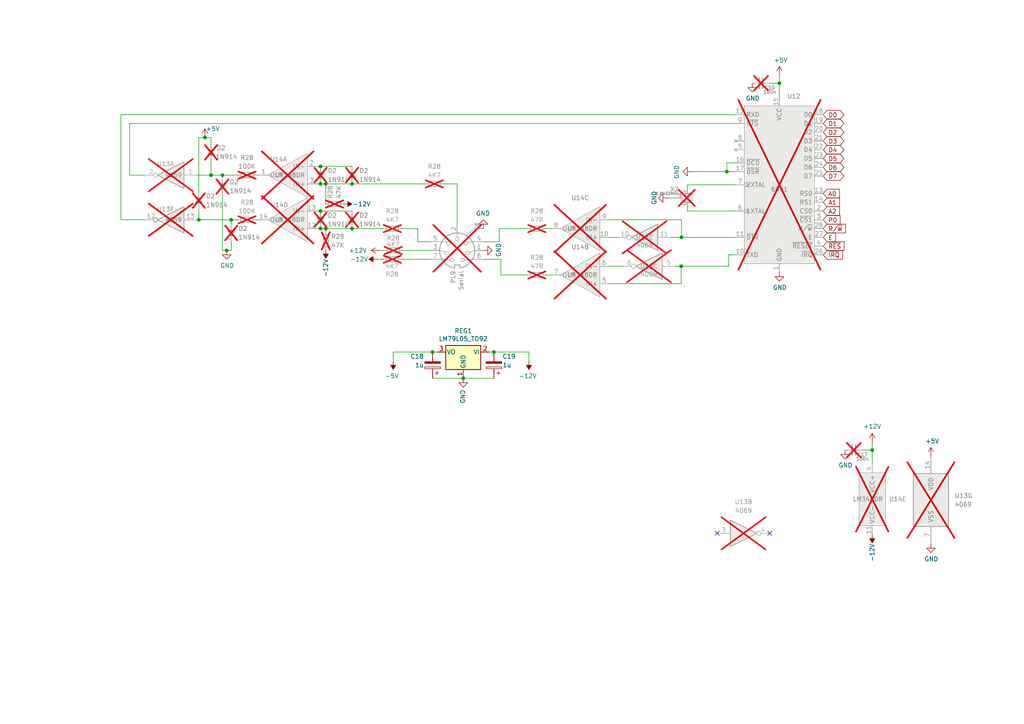
<source format=kicad_sch>
(kicad_sch (version 20230121) (generator eeschema)
  (paper "A4")
  (lib_symbols
    (symbol "4xxx:4069" (pin_names (offset 1.016))
      (property "Reference" "U" (at 0 1.27 0))
      (property "Value" "4069" (at 0 -1.27 0))
      (symbol "4069_1_0"
        (polyline (pts (xy -3.81 3.81) (xy -3.81 -3.81) (xy 3.81 0) (xy -3.81 3.81)) (stroke (width 0.254)) (fill (type background)))
        (pin input line (at -7.62 0 0) (length 3.81) (name "~") (number "1"))
        (pin output inverted (at 7.62 0 180) (length 3.81) (name "~") (number "2"))
      )
      (symbol "4069_2_0"
        (polyline (pts (xy -3.81 3.81) (xy -3.81 -3.81) (xy 3.81 0) (xy -3.81 3.81)) (stroke (width 0.254)) (fill (type background)))
        (pin input line (at -7.62 0 0) (length 3.81) (name "~") (number "3"))
        (pin output inverted (at 7.62 0 180) (length 3.81) (name "~") (number "4"))
      )
      (symbol "4069_3_0"
        (polyline (pts (xy -3.81 3.81) (xy -3.81 -3.81) (xy 3.81 0) (xy -3.81 3.81)) (stroke (width 0.254)) (fill (type background)))
        (pin input line (at -7.62 0 0) (length 3.81) (name "~") (number "5"))
        (pin output inverted (at 7.62 0 180) (length 3.81) (name "~") (number "6"))
      )
      (symbol "4069_4_0"
        (polyline (pts (xy -3.81 3.81) (xy -3.81 -3.81) (xy 3.81 0) (xy -3.81 3.81)) (stroke (width 0.254)) (fill (type background)))
        (pin output inverted (at 7.62 0 180) (length 3.81) (name "~") (number "8"))
        (pin input line (at -7.62 0 0) (length 3.81) (name "~") (number "9"))
      )
      (symbol "4069_5_0"
        (polyline (pts (xy -3.81 3.81) (xy -3.81 -3.81) (xy 3.81 0) (xy -3.81 3.81)) (stroke (width 0.254)) (fill (type background)))
        (pin output inverted (at 7.62 0 180) (length 3.81) (name "~") (number "10"))
        (pin input line (at -7.62 0 0) (length 3.81) (name "~") (number "11"))
      )
      (symbol "4069_6_0"
        (polyline (pts (xy -3.81 3.81) (xy -3.81 -3.81) (xy 3.81 0) (xy -3.81 3.81)) (stroke (width 0.254)) (fill (type background)))
        (pin output inverted (at 7.62 0 180) (length 3.81) (name "~") (number "12"))
        (pin input line (at -7.62 0 0) (length 3.81) (name "~") (number "13"))
      )
      (symbol "4069_7_0"
        (pin power_in line (at 0 12.7 270) (length 5.08) (name "VDD") (number "14"))
        (pin power_in line (at 0 -12.7 90) (length 5.08) (name "VSS") (number "7"))
      )
      (symbol "4069_7_1"
        (rectangle (start -5.08 7.62) (end 5.08 -7.62) (stroke (width 0.254)) (fill (type background)))
      )
    )
    (symbol "Device:C_Polarized" (pin_numbers hide) (pin_names (offset 0.254))
      (property "Reference" "C" (at 0.635 2.54 0))
      (property "Value" "C_Polarized" (at 0.635 -2.54 0))
      (symbol "C_Polarized_0_1"
        (rectangle (start -2.286 0.508) (end 2.286 1.016))
        (polyline (pts (xy -1.778 2.286) (xy -0.762 2.286)))
        (polyline (pts (xy -1.27 2.794) (xy -1.27 1.778)))
        (rectangle (start 2.286 -0.508) (end -2.286 -1.016) (fill (type outline)))
      )
      (symbol "C_Polarized_1_1"
        (pin passive line (at 0 3.81 270) (length 2.794) (name "~") (number "1"))
        (pin passive line (at 0 -3.81 90) (length 2.794) (name "~") (number "2"))
      )
    )
    (symbol "Device:C_Small" (pin_numbers hide) (pin_names (offset 0.254) hide)
      (property "Reference" "C" (at 0.254 1.778 0))
      (property "Value" "C_Small" (at 0.254 -2.032 0))
      (symbol "C_Small_0_1"
        (polyline (pts (xy -1.524 -0.508) (xy 1.524 -0.508)) (stroke (width 0.3302)))
        (polyline (pts (xy -1.524 0.508) (xy 1.524 0.508)) (stroke (width 0.3048)))
      )
      (symbol "C_Small_1_1"
        (pin passive line (at 0 2.54 270) (length 2.032) (name "~") (number "1"))
        (pin passive line (at 0 -2.54 90) (length 2.032) (name "~") (number "2"))
      )
    )
    (symbol "Device:Crystal_GND3_Small" (pin_names (offset 1.016) hide)
      (property "Reference" "Y" (at 0 5.08 0))
      (property "Value" "Crystal_GND3_Small" (at 0 3.175 0))
      (symbol "Crystal_GND3_Small_0_1"
        (rectangle (start -0.762 -1.524) (end 0.762 1.524))
        (polyline (pts (xy -1.27 -0.762) (xy -1.27 0.762)) (stroke (width 0.381)))
        (polyline (pts (xy 1.27 -0.762) (xy 1.27 0.762)) (stroke (width 0.381)))
        (polyline (pts (xy -1.27 -1.27) (xy -1.27 -1.905) (xy 1.27 -1.905) (xy 1.27 -1.27)))
      )
      (symbol "Crystal_GND3_Small_1_1"
        (pin passive line (at -2.54 0 0) (length 1.27) (name "1") (number "1"))
        (pin passive line (at 2.54 0 180) (length 1.27) (name "2") (number "2"))
        (pin passive line (at 0 -2.54 90) (length 0.635) (name "3") (number "3"))
      )
    )
    (symbol "Device:D_Small_Filled" (pin_numbers hide) (pin_names (offset 0.254) hide)
      (property "Reference" "D" (at -1.27 2.032 0))
      (property "Value" "D_Small_Filled" (at -3.81 -2.032 0))
      (symbol "D_Small_Filled_0_1"
        (polyline (pts (xy -0.762 -1.016) (xy -0.762 1.016)) (stroke (width 0.254)))
        (polyline (pts (xy -0.762 0) (xy 0.762 0)))
        (polyline (pts (xy 0.762 -1.016) (xy -0.762 0) (xy 0.762 1.016) (xy 0.762 -1.016)) (stroke (width 0.254)) (fill (type outline)))
      )
      (symbol "D_Small_Filled_1_1"
        (pin passive line (at -2.54 0 0) (length 1.778) (name "K") (number "1"))
        (pin passive line (at 2.54 0 180) (length 1.778) (name "A") (number "2"))
      )
    )
    (symbol "Device:R_Small" (pin_numbers hide) (pin_names (offset 0.254) hide)
      (property "Reference" "R" (at 0.762 0.508 0))
      (property "Value" "R_Small" (at 0.762 -1.016 0))
      (symbol "R_Small_0_1"
        (rectangle (start -0.762 1.778) (end 0.762 -1.778) (stroke (width 0.2032)))
      )
      (symbol "R_Small_1_1"
        (pin passive line (at 0 2.54 270) (length 0.762) (name "~") (number "1"))
        (pin passive line (at 0 -2.54 90) (length 0.762) (name "~") (number "2"))
      )
    )
    (symbol "Motorola PIA:6551"
      (property "Reference" "U" (at 0 0 0))
      (symbol "6551_0_1"
        (rectangle (start -10.16 24.13) (end 10.16 -21.59) (fill (type background)))
      )
      (symbol "6551_1_1"
        (pin power_in line (at 0 -24.13 90) (length 2.54) (name "GND") (number "1"))
        (pin output line (at -12.7 -19.05 0) (length 2.54) (name "TXD") (number "10"))
        (pin output line (at -12.7 -13.97 0) (length 2.54) (name "~{DTR}") (number "11"))
        (pin input line (at -12.7 21.59 0) (length 2.54) (name "RXD") (number "12"))
        (pin input line (at 12.7 -1.27 180) (length 2.54) (name "RS0") (number "13"))
        (pin input line (at 12.7 -3.81 180) (length 2.54) (name "RS1") (number "14"))
        (pin power_in line (at 0 26.67 270) (length 2.54) (name "VCC") (number "15"))
        (pin input line (at -12.7 7.62 0) (length 2.54) (name "~{DCD}") (number "16"))
        (pin input line (at -12.7 5.08 0) (length 2.54) (name "~{DSR}") (number "17"))
        (pin tri_state line (at 12.7 21.59 180) (length 2.54) (name "D0") (number "18"))
        (pin tri_state line (at 12.7 19.05 180) (length 2.54) (name "D1") (number "19"))
        (pin input line (at 12.7 -6.35 180) (length 2.54) (name "CS0") (number "2"))
        (pin tri_state line (at 12.7 16.51 180) (length 2.54) (name "D2") (number "20"))
        (pin tri_state line (at 12.7 13.97 180) (length 2.54) (name "D3") (number "21"))
        (pin tri_state line (at 12.7 11.43 180) (length 2.54) (name "D4") (number "22"))
        (pin tri_state line (at 12.7 8.89 180) (length 2.54) (name "D5") (number "23"))
        (pin tri_state line (at 12.7 6.35 180) (length 2.54) (name "D6") (number "24"))
        (pin tri_state line (at 12.7 3.81 180) (length 2.54) (name "D7") (number "25"))
        (pin open_collector line (at 12.7 -19.05 180) (length 2.54) (name "~{IRQ}") (number "26"))
        (pin input line (at 12.7 -13.97 180) (length 2.54) (name "E") (number "27"))
        (pin input line (at 12.7 -11.43 180) (length 2.54) (name "R/~{W}") (number "28"))
        (pin input line (at 12.7 -8.89 180) (length 2.54) (name "~{CS1}") (number "3"))
        (pin input line (at 12.7 -16.51 180) (length 2.54) (name "~{RESET}") (number "4"))
        (pin no_connect line (at -12.7 11.43 0) (length 2.54) (name "~") (number "5"))
        (pin output clock (at -12.7 -6.35 0) (length 2.54) (name "1XTAL") (number "6"))
        (pin input clock (at -12.7 1.27 0) (length 2.54) (name "2XTAL") (number "7"))
        (pin no_connect line (at -12.7 13.97 0) (length 2.54) (name "~") (number "8"))
        (pin input line (at -12.7 19.05 0) (length 2.54) (name "~{CTS}") (number "9"))
      )
    )
    (symbol "Motorola PIA:LM348x"
      (property "Reference" "U" (at 0 0 0))
      (symbol "LM348x_1_1"
        (polyline (pts (xy -7.62 0) (xy 3.81 6.35) (xy 3.81 -6.35) (xy -7.62 0)) (fill (type background)))
        (pin output line (at -10.16 0 0) (length 2.54) (name "OUT") (number "1"))
        (pin input line (at 6.35 2.54 180) (length 2.54) (name "IN-") (number "2"))
        (pin input line (at 6.35 -2.54 180) (length 2.54) (name "IN+") (number "3"))
      )
      (symbol "LM348x_2_1"
        (polyline (pts (xy -7.62 0) (xy 3.81 6.35) (xy 3.81 -6.35) (xy -7.62 0)) (fill (type background)))
        (pin input line (at 6.35 -2.54 180) (length 2.54) (name "IN+") (number "5"))
        (pin input line (at 6.35 2.54 180) (length 2.54) (name "IN-") (number "6"))
        (pin output line (at -10.16 0 0) (length 2.54) (name "OUT") (number "7"))
      )
      (symbol "LM348x_3_1"
        (polyline (pts (xy -7.62 0) (xy 3.81 6.35) (xy 3.81 -6.35) (xy -7.62 0)) (fill (type background)))
        (pin input line (at 6.35 -2.54 180) (length 2.54) (name "IN+") (number "10"))
        (pin output line (at -10.16 0 0) (length 2.54) (name "OUT") (number "8"))
        (pin input line (at 6.35 2.54 180) (length 2.54) (name "IN-") (number "9"))
      )
      (symbol "LM348x_4_1"
        (polyline (pts (xy -7.62 0) (xy 3.81 6.35) (xy 3.81 -6.35) (xy -7.62 0)) (fill (type background)))
        (pin input line (at 6.35 -2.54 180) (length 2.54) (name "IN+") (number "12"))
        (pin input line (at 6.35 2.54 180) (length 2.54) (name "IN-") (number "13"))
        (pin output line (at -10.16 0 0) (length 2.54) (name "OUT") (number "14"))
      )
      (symbol "LM348x_5_1"
        (rectangle (start -3.81 7.62) (end 3.81 -7.62) (fill (type background)))
        (pin power_in line (at 0 -10.16 90) (length 2.54) (name "VCC-") (number "11"))
        (pin power_in line (at 0 10.16 270) (length 2.54) (name "VCC+") (number "4"))
      )
    )
    (symbol "Regulator_Linear:LM79L05_TO92" (pin_names (offset 0.254))
      (property "Reference" "U" (at -3.81 -3.175 0))
      (property "Value" "LM79L05_TO92" (at 0 -3.175 0))
      (symbol "LM79L05_TO92_0_1"
        (rectangle (start -5.08 5.08) (end 5.08 -1.905) (stroke (width 0.254)) (fill (type background)))
      )
      (symbol "LM79L05_TO92_1_1"
        (pin power_in line (at 0 7.62 270) (length 2.54) (name "GND") (number "1"))
        (pin power_in line (at -7.62 0 0) (length 2.54) (name "VI") (number "2"))
        (pin power_out line (at 7.62 0 180) (length 2.54) (name "VO") (number "3"))
      )
    )
    (symbol "dragon64:DIN-7-MP" (pin_names (offset 1.016))
      (property "Reference" "J" (at 3.175 5.715 0))
      (property "Value" "DIN-7-MP" (at 0 -6.604 0))
      (symbol "DIN-7-MP_0_1"
        (arc (start -5.08 0) (mid -3.8609 -3.3364) (end -0.762 -5.08) (stroke (width 0.254)))
        (circle (center -3.048 -0.762) (radius 0.508))
        (circle (center -2.54 2.032) (radius 0.508))
        (circle (center -1.524 -2.794) (radius 0.508))
        (polyline (pts (xy -5.08 0) (xy -3.556 -0.508)))
        (polyline (pts (xy -5.08 6.35) (xy -2.794 4.318)) (stroke (width 0.1524)))
        (polyline (pts (xy 0 5.08) (xy 0 3.81)))
        (polyline (pts (xy 5.08 0) (xy 3.556 -0.508)))
        (polyline (pts (xy -5.08 -2.54) (xy -4.318 -2.54) (xy -2.032 -2.794)))
        (polyline (pts (xy -5.08 2.54) (xy -4.318 2.54) (xy -3.048 2.286)))
        (polyline (pts (xy 5.08 -2.54) (xy 4.318 -2.54) (xy 2.032 -2.794)))
        (polyline (pts (xy 5.08 2.54) (xy 4.318 2.54) (xy 3.048 2.286)))
        (polyline (pts (xy -0.762 -4.953) (xy -0.762 -4.191) (xy 0.762 -4.191) (xy 0.762 -4.953)) (stroke (width 0.254)))
        (circle (center 0 3.302) (radius 0.508))
        (arc (start 0.762 -5.08) (mid 3.8685 -3.343) (end 5.08 0) (stroke (width 0.254)))
        (circle (center 1.524 -2.794) (radius 0.508))
        (circle (center 2.54 2.032) (radius 0.508))
        (circle (center 3.048 -0.762) (radius 0.508))
        (arc (start 5.08 0) (mid 0 5.0579) (end -5.08 0) (stroke (width 0.254)))
      )
      (symbol "DIN-7-MP_1_1"
        (pin passive line (at -7.62 0 0) (length 2.54) (name "~") (number "1"))
        (pin passive line (at 0 7.62 270) (length 2.54) (name "~") (number "2"))
        (pin passive line (at 7.62 0 180) (length 2.54) (name "~") (number "3"))
        (pin passive line (at -7.62 2.54 0) (length 2.54) (name "~") (number "4"))
        (pin passive line (at 7.62 2.54 180) (length 2.54) (name "~") (number "5"))
        (pin passive line (at -7.62 -2.54 0) (length 2.54) (name "~") (number "6"))
        (pin passive line (at 7.62 -2.54 180) (length 2.54) (name "~") (number "7"))
        (pin passive line (at -7.62 6.35 0) (length 2.54) (name "") (number "MP"))
      )
    )
    (symbol "power:+12V" (power) (pin_names (offset 0))
      (property "Value" "+12V" (at 0 3.556 0))
      (symbol "+12V_0_1"
        (polyline (pts (xy -0.762 1.27) (xy 0 2.54)))
        (polyline (pts (xy 0 0) (xy 0 2.54)))
        (polyline (pts (xy 0 2.54) (xy 0.762 1.27)))
      )
      (symbol "+12V_1_1"
        (pin power_in line (at 0 0 90) (length 0) hide (name "+12V") (number "1"))
      )
    )
    (symbol "power:+5V" (power) (pin_names (offset 0))
      (property "Value" "+5V" (at 0 3.556 0))
      (symbol "+5V_0_1"
        (polyline (pts (xy -0.762 1.27) (xy 0 2.54)))
        (polyline (pts (xy 0 0) (xy 0 2.54)))
        (polyline (pts (xy 0 2.54) (xy 0.762 1.27)))
      )
      (symbol "+5V_1_1"
        (pin power_in line (at 0 0 90) (length 0) hide (name "+5V") (number "1"))
      )
    )
    (symbol "power:-12V" (power) (pin_names (offset 0))
      (property "Value" "-12V" (at 0 3.81 0))
      (symbol "-12V_0_0"
        (pin power_in line (at 0 0 90) (length 0) hide (name "-12V") (number "1"))
      )
      (symbol "-12V_0_1"
        (polyline (pts (xy 0 0) (xy 0 1.27) (xy 0.762 1.27) (xy 0 2.54) (xy -0.762 1.27) (xy 0 1.27)) (fill (type outline)))
      )
    )
    (symbol "power:-5V" (power) (pin_names (offset 0))
      (property "Value" "-5V" (at 0 3.81 0))
      (symbol "-5V_0_0"
        (pin power_in line (at 0 0 90) (length 0) hide (name "-5V") (number "1"))
      )
      (symbol "-5V_0_1"
        (polyline (pts (xy 0 0) (xy 0 1.27) (xy 0.762 1.27) (xy 0 2.54) (xy -0.762 1.27) (xy 0 1.27)) (fill (type outline)))
      )
    )
    (symbol "power:GND" (power) (pin_names (offset 0))
      (property "Value" "GND" (at 0 -3.81 0))
      (symbol "GND_0_1"
        (polyline (pts (xy 0 0) (xy 0 -1.27) (xy 1.27 -1.27) (xy 0 -2.54) (xy -1.27 -1.27) (xy 0 -1.27)))
      )
      (symbol "GND_1_1"
        (pin power_in line (at 0 0 270) (length 0) hide (name "GND") (number "1"))
      )
    )
  )
  (junction (at 226.06 24.13))
  (junction (at 252.984 130.556))
  (junction (at 102.108 66.294))
  (junction (at 210.82 49.784))
  (junction (at 94.488 53.34))
  (junction (at 125.476 102.108))
  (junction (at 197.6671 68.834))
  (junction (at 65.7432 72.644))
  (junction (at 92.964 48.26))
  (junction (at 64.516 50.8))
  (junction (at 61.214 50.8))
  (junction (at 134.366 109.728))
  (junction (at 92.964 53.34))
  (junction (at 94.488 66.294))
  (junction (at 59.436 39.878))
  (junction (at 197.5771 77.216))
  (junction (at 92.964 61.214))
  (junction (at 92.964 66.294))
  (junction (at 67.056 63.754))
  (junction (at 57.658 63.754))
  (junction (at 143.256 102.108))
  (junction (at 102.108 53.34))
  (no_connect (at 208.026 154.686))
  (no_connect (at 223.266 154.686))
  (wire (pts (xy 114.046 102.108) (xy 114.046 104.648)))
  (wire (pts (xy 252.984 130.556) (xy 252.984 134.62)))
  (wire (pts (xy 226.06 24.13) (xy 226.06 28.194)))
  (wire (pts (xy 199.39 53.594) (xy 199.39 54.864)))
  (wire (pts (xy 69.088 63.754) (xy 67.056 63.754)))
  (wire (pts (xy 210.82 47.244) (xy 210.82 49.784)))
  (wire (pts (xy 125.476 109.728) (xy 134.366 109.728)))
  (wire (pts (xy 124.968 72.644) (xy 116.586 72.644)))
  (wire (pts (xy 61.214 39.878) (xy 61.214 41.656)))
  (wire (pts (xy 226.06 24.13) (xy 226.06 21.844)))
  (wire (pts (xy 74.168 63.754) (xy 75.184 63.754)))
  (wire (pts (xy 213.36 47.244) (xy 210.82 47.244)))
  (wire (pts (xy 211.328 73.914) (xy 213.36 73.914)))
  (wire (pts (xy 199.39 61.214) (xy 213.36 61.214)))
  (wire (pts (xy 128.524 53.34) (xy 132.588 53.34)))
  (wire (pts (xy 94.488 66.294) (xy 94.488 67.31)))
  (wire (pts (xy 94.488 53.34) (xy 102.108 53.34)))
  (wire (pts (xy 211.328 77.216) (xy 211.328 73.914)))
  (wire (pts (xy 252.984 130.556) (xy 252.984 128.27)))
  (wire (pts (xy 132.588 53.34) (xy 132.588 65.024)))
  (wire (pts (xy 144.78 70.104) (xy 140.208 70.104)))
  (wire (pts (xy 57.658 39.878) (xy 59.436 39.878)))
  (wire (pts (xy 121.158 66.294) (xy 121.158 70.104)))
  (wire (pts (xy 145.288 75.184) (xy 140.208 75.184)))
  (wire (pts (xy 64.516 56.642) (xy 64.516 72.644)))
  (wire (pts (xy 67.056 72.644) (xy 67.056 70.104)))
  (wire (pts (xy 143.256 102.108) (xy 153.416 102.108)))
  (wire (pts (xy 153.162 66.294) (xy 144.78 66.294)))
  (wire (pts (xy 91.694 66.294) (xy 92.964 66.294)))
  (wire (pts (xy 111.252 75.184) (xy 109.474 75.184)))
  (wire (pts (xy 94.488 53.34) (xy 94.488 59.182)))
  (wire (pts (xy 116.332 66.294) (xy 121.158 66.294)))
  (wire (pts (xy 176.53 63.754) (xy 197.6671 63.754)))
  (wire (pts (xy 250.19 130.556) (xy 252.984 130.556)))
  (wire (pts (xy 65.7432 72.644) (xy 67.056 72.644)))
  (wire (pts (xy 64.516 50.8) (xy 64.516 51.562)))
  (wire (pts (xy 199.39 53.594) (xy 213.36 53.594)))
  (wire (pts (xy 223.266 24.13) (xy 226.06 24.13)))
  (wire (pts (xy 153.162 79.756) (xy 145.288 79.756)))
  (wire (pts (xy 153.416 102.108) (xy 153.416 104.648)))
  (wire (pts (xy 116.332 75.184) (xy 124.968 75.184)))
  (wire (pts (xy 74.168 50.8) (xy 75.184 50.8)))
  (wire (pts (xy 64.516 50.8) (xy 61.214 50.8)))
  (wire (pts (xy 102.108 66.294) (xy 111.252 66.294)))
  (wire (pts (xy 67.056 63.754) (xy 67.056 65.024)))
  (wire (pts (xy 59.436 39.878) (xy 61.214 39.878)))
  (wire (pts (xy 134.366 109.728) (xy 143.256 109.728)))
  (wire (pts (xy 102.108 53.34) (xy 123.444 53.34)))
  (wire (pts (xy 57.15 63.754) (xy 57.658 63.754)))
  (wire (pts (xy 193.548 57.404) (xy 196.85 57.404)))
  (wire (pts (xy 125.476 102.108) (xy 126.746 102.108)))
  (wire (pts (xy 176.53 82.296) (xy 197.5771 82.296)))
  (wire (pts (xy 64.516 72.644) (xy 65.7432 72.644)))
  (wire (pts (xy 37.592 50.8) (xy 41.91 50.8)))
  (wire (pts (xy 41.91 63.754) (xy 35.052 63.754)))
  (wire (pts (xy 114.046 102.108) (xy 125.476 102.108)))
  (wire (pts (xy 195.834 77.216) (xy 197.5771 77.216)))
  (wire (pts (xy 61.214 50.8) (xy 57.15 50.8)))
  (wire (pts (xy 176.53 77.216) (xy 180.594 77.216)))
  (wire (pts (xy 35.052 63.754) (xy 35.052 33.274)))
  (wire (pts (xy 94.488 66.294) (xy 102.108 66.294)))
  (wire (pts (xy 121.158 70.104) (xy 124.968 70.104)))
  (wire (pts (xy 197.5771 82.296) (xy 197.5771 77.216)))
  (wire (pts (xy 158.242 79.756) (xy 160.02 79.756)))
  (wire (pts (xy 57.658 60.706) (xy 57.658 63.754)))
  (wire (pts (xy 57.658 39.878) (xy 57.658 55.626)))
  (wire (pts (xy 141.986 102.108) (xy 143.256 102.108)))
  (wire (pts (xy 92.964 61.214) (xy 102.108 61.214)))
  (wire (pts (xy 61.214 46.736) (xy 61.214 50.8)))
  (wire (pts (xy 110.236 72.644) (xy 111.506 72.644)))
  (wire (pts (xy 213.36 68.834) (xy 197.6671 68.834)))
  (wire (pts (xy 92.964 66.294) (xy 94.488 66.294)))
  (wire (pts (xy 197.6671 63.754) (xy 197.6671 68.834)))
  (wire (pts (xy 91.694 53.34) (xy 92.964 53.34)))
  (wire (pts (xy 210.82 49.784) (xy 200.66 49.784)))
  (wire (pts (xy 145.288 79.756) (xy 145.288 75.184)))
  (wire (pts (xy 35.052 33.274) (xy 213.36 33.274)))
  (wire (pts (xy 213.36 35.814) (xy 37.592 35.814)))
  (wire (pts (xy 67.056 63.754) (xy 57.658 63.754)))
  (wire (pts (xy 197.6671 68.834) (xy 194.564 68.834)))
  (wire (pts (xy 213.36 49.784) (xy 210.82 49.784)))
  (wire (pts (xy 64.516 50.8) (xy 69.088 50.8)))
  (wire (pts (xy 37.592 35.814) (xy 37.592 50.8)))
  (wire (pts (xy 144.78 66.294) (xy 144.78 70.104)))
  (wire (pts (xy 92.964 53.34) (xy 94.488 53.34)))
  (wire (pts (xy 158.242 66.294) (xy 160.02 66.294)))
  (wire (pts (xy 92.964 48.26) (xy 102.108 48.26)))
  (wire (pts (xy 197.5771 77.216) (xy 211.328 77.216)))
  (wire (pts (xy 91.694 48.26) (xy 92.964 48.26)))
  (wire (pts (xy 176.53 68.834) (xy 179.324 68.834)))
  (wire (pts (xy 91.694 61.214) (xy 92.964 61.214)))
  (wire (pts (xy 199.39 59.944) (xy 199.39 61.214)))
  (global_label "D4" (shape bidirectional) (at 238.76 43.434 0) (property "Intersheetrefs" "${INTERSHEET_REFS}" (effects hide)))
  (global_label "A2" (shape input) (at 238.76 61.214 0) (property "Intersheetrefs" "${INTERSHEET_REFS}" (effects hide)))
  (global_label "P0" (shape input) (at 238.76 63.754 0) (property "Intersheetrefs" "${INTERSHEET_REFS}" (effects hide)))
  (global_label "D5" (shape bidirectional) (at 238.76 45.974 0) (property "Intersheetrefs" "${INTERSHEET_REFS}" (effects hide)))
  (global_label "E" (shape input) (at 238.76 68.834 0) (property "Intersheetrefs" "${INTERSHEET_REFS}" (effects hide)))
  (global_label "D6" (shape bidirectional) (at 238.76 48.514 0) (property "Intersheetrefs" "${INTERSHEET_REFS}" (effects hide)))
  (global_label "~{IRQ}" (shape input) (at 238.76 73.914 0) (property "Intersheetrefs" "${INTERSHEET_REFS}" (effects hide)))
  (global_label "D3" (shape bidirectional) (at 238.76 40.894 0) (property "Intersheetrefs" "${INTERSHEET_REFS}" (effects hide)))
  (global_label "D7" (shape bidirectional) (at 238.76 51.054 0) (property "Intersheetrefs" "${INTERSHEET_REFS}" (effects hide)))
  (global_label "~{RES}" (shape input) (at 238.76 71.374 0) (property "Intersheetrefs" "${INTERSHEET_REFS}" (effects hide)))
  (global_label "R{slash}~{W}" (shape input) (at 238.76 66.294 0) (property "Intersheetrefs" "${INTERSHEET_REFS}" (effects hide)))
  (global_label "A0" (shape input) (at 238.76 56.134 0) (property "Intersheetrefs" "${INTERSHEET_REFS}" (effects hide)))
  (global_label "D2" (shape bidirectional) (at 238.76 38.354 0) (property "Intersheetrefs" "${INTERSHEET_REFS}" (effects hide)))
  (global_label "A1" (shape input) (at 238.76 58.674 0) (property "Intersheetrefs" "${INTERSHEET_REFS}" (effects hide)))
  (global_label "D0" (shape bidirectional) (at 238.76 33.274 0) (property "Intersheetrefs" "${INTERSHEET_REFS}" (effects hide)))
  (global_label "D1" (shape bidirectional) (at 238.76 35.814 0) (property "Intersheetrefs" "${INTERSHEET_REFS}" (effects hide)))
  (symbol (lib_id "Device:D_Small_Filled") (at 102.108 63.754 270) (unit 1) (dnp yes)
    (property "Reference" "D2" (at 104.14 62.4839 90) (effects (justify left)))
    (property "Value" "1N914" (at 104.14 65.0239 90) (effects (justify left)))
    (property "Footprint" "Diode_SMD:D_SOD-323_HandSoldering" (effects hide))
    (property "Datasheet" "http://www.vishay.com/docs/85622/1n914.pdf" (effects hide))
    (property "DigiKey" "1N914FS-ND" (effects hide))
    (instances (project "Dragon32" (path "" (reference "D2") (unit 1)) (path "" (reference "D10") (unit 1))))
  )
  (symbol (lib_id "Device:C_Small") (at 220.726 24.13 270) (unit 1) (dnp yes)
    (property "Reference" "C10" (at 223.266 25.4 90) (effects (font (size 0.9906 0.9906))))
    (property "Value" "100n" (at 223.266 26.67 90) (effects (font (size 0.9906 0.9906))))
    (property "Footprint" "Capacitor_SMD:C_0805_2012Metric_Pad1.18x1.45mm_HandSolder" (effects hide))
    (instances (project "Dragon32" (path "" (reference "C10") (unit 1))) (project "dragon64" (path "" (reference "C28") (unit 1))))
  )
  (symbol (lib_id "Device:R_Small") (at 97.028 59.182 90) (unit 1) (dnp yes)
    (property "Reference" "R28" (at 95.758 57.658 0) (effects (justify left)))
    (property "Value" "47K" (at 98.298 57.658 0) (effects (justify left)))
    (property "Footprint" "Resistor_SMD:R_0805_2012Metric_Pad1.20x1.40mm_HandSolder" (effects hide))
    (property "DigiKey" "CF14JT4K70CT-ND" (effects hide))
    (instances (project "Dragon32" (path "" (reference "R28") (unit 1)) (path "" (reference "R58") (unit 1))))
  )
  (symbol (lib_id "power:+5V") (at 59.436 39.878 0) (unit 1)
    (property "Reference" "#PWR086" (effects hide))
    (property "Value" "+5V" (at 61.722 37.338 0))
    (instances (project "Dragon32" (path "" (reference "#PWR086") (unit 1))) (project "dragon64" (path "" (reference "#PWR0232") (unit 1))))
  )
  (symbol (lib_id "Regulator_Linear:LM79L05_TO92") (at 134.366 102.108 180) (unit 1)
    (property "Reference" "REG1" (at 134.366 95.9612 0))
    (property "Value" "LM79L05_TO92" (at 134.366 98.2726 0))
    (property "Footprint" "Package_TO_SOT_SMD:SOT-89-3_Handsoldering" (effects hide))
    (property "Datasheet" "http://www.ti.com/lit/ds/symlink/lm79l.pdf" (effects hide))
  )
  (symbol (lib_id "power:-5V") (at 114.046 104.648 180) (unit 1)
    (property "Reference" "#PWR092" (effects hide))
    (property "Value" "-5V" (at 113.665 109.0422 0))
    (instances (project "Dragon32" (path "" (reference "#PWR092") (unit 1))) (project "dragon64" (path "" (reference "#PWR0199") (unit 1))))
  )
  (symbol (lib_id "Motorola PIA:LM348x") (at 170.18 79.756 0) (unit 2) (dnp yes)
    (property "Reference" "U14" (at 168.275 71.628 0))
    (property "Value" "LM348DR" (at 168.91 79.756 0))
    (property "Footprint" "Package_SO:SOIC-14_3.9x8.7mm_P1.27mm" (effects hide))
  )
  (symbol (lib_id "Device:R_Small") (at 113.792 75.184 270) (unit 1) (dnp yes)
    (property "Reference" "R28" (at 111.76 79.502 90) (effects (justify left)))
    (property "Value" "4K7" (at 111.76 77.216 90) (effects (justify left)))
    (property "Footprint" "Resistor_SMD:R_0805_2012Metric_Pad1.20x1.40mm_HandSolder" (effects hide))
    (property "DigiKey" "CF14JT4K70CT-ND" (effects hide))
    (instances (project "Dragon32" (path "" (reference "R28") (unit 1)) (path "" (reference "R53") (unit 1))))
  )
  (symbol (lib_id "Device:D_Small_Filled") (at 92.964 63.754 90) (unit 1) (dnp yes)
    (property "Reference" "D2" (at 94.996 62.484 90) (effects (justify right)))
    (property "Value" "1N914" (at 94.996 65.024 90) (effects (justify right)))
    (property "Footprint" "Diode_SMD:D_SOD-323_HandSoldering" (effects hide))
    (property "Datasheet" "http://www.vishay.com/docs/85622/1n914.pdf" (effects hide))
    (property "DigiKey" "1N914FS-ND" (effects hide))
    (instances (project "Dragon32" (path "" (reference "D2") (unit 1)) (path "" (reference "D11") (unit 1))))
  )
  (symbol (lib_id "Device:D_Small_Filled") (at 92.964 50.8 90) (unit 1) (dnp yes)
    (property "Reference" "D2" (at 94.996 49.53 90) (effects (justify right)))
    (property "Value" "1N914" (at 94.996 52.07 90) (effects (justify right)))
    (property "Footprint" "Diode_SMD:D_SOD-323_HandSoldering" (effects hide))
    (property "Datasheet" "http://www.vishay.com/docs/85622/1n914.pdf" (effects hide))
    (property "DigiKey" "1N914FS-ND" (effects hide))
    (instances (project "Dragon32" (path "" (reference "D2") (unit 1)) (path "" (reference "D12") (unit 1))))
  )
  (symbol (lib_id "power:GND") (at 65.7432 72.644 0) (unit 1)
    (property "Reference" "#PWR085" (effects hide))
    (property "Value" "GND" (at 65.8702 77.0382 0))
    (instances (project "Dragon32" (path "" (reference "#PWR085") (unit 1))) (project "dragon64" (path "" (reference "#PWR0236") (unit 1))))
  )
  (symbol (lib_id "power:+12V") (at 110.236 72.644 90) (unit 1)
    (property "Reference" "#PWR080" (effects hide))
    (property "Value" "+12V" (at 106.426 72.644 90) (effects (justify left)))
  )
  (symbol (lib_id "power:GND") (at 218.186 24.13 0) (unit 1)
    (property "Reference" "#PWR077" (effects hide))
    (property "Value" "GND" (at 218.313 28.5242 0))
    (instances (project "Dragon32" (path "" (reference "#PWR077") (unit 1))) (project "dragon64" (path "" (reference "#PWR0233") (unit 1))))
  )
  (symbol (lib_id "4xxx:4069") (at 188.214 77.216 180) (unit 3) (dnp yes)
    (property "Reference" "U13" (at 188.214 77.216 0))
    (property "Value" "4069" (at 188.214 79.502 0))
    (property "Footprint" "Package_SO:SOIC-14_3.9x8.7mm_P1.27mm" (effects hide))
    (property "Datasheet" "http://www.intersil.com/content/dam/Intersil/documents/cd40/cd4069ubms.pdf" (effects hide))
  )
  (symbol (lib_id "Device:C_Polarized") (at 143.256 105.918 180) (unit 1)
    (property "Reference" "C19" (at 149.606 103.378 0) (effects (justify left)))
    (property "Value" "1u" (at 148.336 105.918 0) (effects (justify left)))
    (property "Footprint" "Capacitor_Tantalum_SMD:CP_EIA-3216-18_Kemet-A_Pad1.58x1.35mm_HandSolder" (effects hide))
    (instances (project "Dragon32" (path "" (reference "C19") (unit 1))) (project "dragon64" (path "" (reference "C25") (unit 1))))
  )
  (symbol (lib_id "Device:D_Small_Filled") (at 57.658 58.166 270) (unit 1) (dnp yes)
    (property "Reference" "D2" (at 59.69 56.8959 90) (effects (justify left)))
    (property "Value" "1N914" (at 59.69 59.4359 90) (effects (justify left)))
    (property "Footprint" "Diode_SMD:D_SOD-323_HandSoldering" (effects hide))
    (property "Datasheet" "http://www.vishay.com/docs/85622/1n914.pdf" (effects hide))
    (property "DigiKey" "1N914FS-ND" (effects hide))
    (instances (project "Dragon32" (path "" (reference "D2") (unit 1)) (path "" (reference "D16") (unit 1))))
  )
  (symbol (lib_id "Device:C_Polarized") (at 125.476 105.918 180) (unit 1)
    (property "Reference" "C18" (at 122.936 103.378 0) (effects (justify left)))
    (property "Value" "1u" (at 122.936 105.918 0) (effects (justify left)))
    (property "Footprint" "Capacitor_Tantalum_SMD:CP_EIA-3216-18_Kemet-A_Pad1.58x1.35mm_HandSolder" (effects hide))
    (instances (project "Dragon32" (path "" (reference "C18") (unit 1))) (project "dragon64" (path "" (reference "C24") (unit 1))))
  )
  (symbol (lib_id "Device:R_Small") (at 113.792 66.294 270) (unit 1) (dnp yes)
    (property "Reference" "R28" (at 113.792 61.214 90))
    (property "Value" "4K7" (at 113.792 63.754 90))
    (property "Footprint" "Resistor_SMD:R_0805_2012Metric_Pad1.20x1.40mm_HandSolder" (effects hide))
    (property "DigiKey" "CF14JT4K70CT-ND" (effects hide))
    (instances (project "Dragon32" (path "" (reference "R28") (unit 1)) (path "" (reference "R54") (unit 1))))
  )
  (symbol (lib_id "Device:R_Small") (at 71.628 50.8 270) (unit 1) (dnp yes)
    (property "Reference" "R28" (at 71.628 45.72 90))
    (property "Value" "100K" (at 71.628 48.26 90))
    (property "Footprint" "Resistor_SMD:R_0805_2012Metric_Pad1.20x1.40mm_HandSolder" (effects hide))
    (property "DigiKey" "CF14JT4K70CT-ND" (effects hide))
    (instances (project "Dragon32" (path "" (reference "R28") (unit 1)) (path "" (reference "R60") (unit 1))))
  )
  (symbol (lib_id "power:GND") (at 134.366 109.728 0) (mirror y) (unit 1)
    (property "Reference" "#PWR093" (effects hide))
    (property "Value" "GND" (at 134.239 112.9792 90) (effects (justify right)))
    (instances (project "Dragon32" (path "" (reference "#PWR093") (unit 1))) (project "dragon64" (path "" (reference "#PWR0198") (unit 1))))
  )
  (symbol (lib_id "Motorola PIA:LM348x") (at 170.18 66.294 0) (unit 3) (dnp yes)
    (property "Reference" "U14" (at 168.275 57.404 0))
    (property "Value" "LM348DR" (at 168.91 66.294 0))
    (property "Footprint" "Package_SO:SOIC-14_3.9x8.7mm_P1.27mm" (effects hide))
  )
  (symbol (lib_id "4xxx:4069") (at 270.002 145.034 0) (unit 7) (dnp yes)
    (property "Reference" "U13" (at 276.86 143.764 0) (effects (justify left)))
    (property "Value" "4069" (at 276.86 146.304 0) (effects (justify left)))
    (property "Footprint" "Package_SO:SOIC-14_3.9x8.7mm_P1.27mm" (effects hide))
    (property "Datasheet" "http://www.intersil.com/content/dam/Intersil/documents/cd40/cd4069ubms.pdf" (effects hide))
  )
  (symbol (lib_id "Motorola PIA:6551") (at 226.06 54.864 0) (unit 1) (dnp yes)
    (property "Reference" "U12" (at 228.2541 27.94 0) (effects (justify left)))
    (property "Value" "6551" (at 226.06 54.864 0))
    (property "Footprint" "Package_DIP:DIP-28_W15.24mm" (effects hide))
  )
  (symbol (lib_id "power:GND") (at 140.208 72.644 90) (unit 1)
    (property "Reference" "#PWR081" (effects hide))
    (property "Value" "GND" (at 144.6022 72.517 0))
    (instances (project "Dragon32" (path "" (reference "#PWR081") (unit 1))) (project "dragon64" (path "" (reference "#PWR0236") (unit 1))))
  )
  (symbol (lib_id "power:GND") (at 270.002 157.734 0) (unit 1)
    (property "Reference" "#PWR088" (effects hide))
    (property "Value" "GND" (at 270.129 162.1282 0))
    (instances (project "Dragon32" (path "" (reference "#PWR088") (unit 1))) (project "dragon64" (path "" (reference "#PWR0233") (unit 1))))
  )
  (symbol (lib_id "power:GND") (at 140.208 66.294 180) (unit 1)
    (property "Reference" "#PWR082" (effects hide))
    (property "Value" "GND" (at 140.081 61.8998 0))
    (instances (project "Dragon32" (path "" (reference "#PWR082") (unit 1))) (project "dragon64" (path "" (reference "#PWR0236") (unit 1))))
  )
  (symbol (lib_id "power:-12V") (at 109.474 75.184 90) (unit 1)
    (property "Reference" "#PWR079" (effects hide))
    (property "Value" "-12V" (at 104.14 75.184 90))
  )
  (symbol (lib_id "power:-12V") (at 252.984 154.94 180) (unit 1)
    (property "Reference" "#PWR087" (effects hide))
    (property "Value" "-12V" (at 252.984 160.274 90))
  )
  (symbol (lib_id "power:+5V") (at 226.06 21.844 0) (unit 1)
    (property "Reference" "#PWR076" (effects hide))
    (property "Value" "+5V" (at 226.441 17.4498 0))
    (instances (project "Dragon32" (path "" (reference "#PWR076") (unit 1))) (project "dragon64" (path "" (reference "#PWR0232") (unit 1))))
  )
  (symbol (lib_id "Device:R_Small") (at 114.046 72.644 270) (unit 1) (dnp yes)
    (property "Reference" "R28" (at 114.046 69.088 90))
    (property "Value" "4K7" (at 114.046 70.866 90))
    (property "Footprint" "Resistor_SMD:R_0805_2012Metric_Pad1.20x1.40mm_HandSolder" (effects hide))
    (property "DigiKey" "CF14JT4K70CT-ND" (effects hide))
    (instances (project "Dragon32" (path "" (reference "R28") (unit 1)) (path "" (reference "R44") (unit 1))))
  )
  (symbol (lib_id "Device:D_Small_Filled") (at 67.056 67.564 90) (unit 1) (dnp yes)
    (property "Reference" "D2" (at 69.088 66.294 90) (effects (justify right)))
    (property "Value" "1N914" (at 69.088 68.834 90) (effects (justify right)))
    (property "Footprint" "Diode_SMD:D_SOD-323_HandSoldering" (effects hide))
    (property "Datasheet" "http://www.vishay.com/docs/85622/1n914.pdf" (effects hide))
    (property "DigiKey" "1N914FS-ND" (effects hide))
    (instances (project "Dragon32" (path "" (reference "D2") (unit 1)) (path "" (reference "D17") (unit 1))))
  )
  (symbol (lib_id "power:+12V") (at 252.984 128.27 0) (unit 1)
    (property "Reference" "#PWR091" (effects hide))
    (property "Value" "+12V" (at 252.984 123.698 0))
  )
  (symbol (lib_id "Device:D_Small_Filled") (at 102.108 50.8 270) (unit 1) (dnp yes)
    (property "Reference" "D2" (at 104.14 49.5299 90) (effects (justify left)))
    (property "Value" "1N914" (at 104.14 52.0699 90) (effects (justify left)))
    (property "Footprint" "Diode_SMD:D_SOD-323_HandSoldering" (effects hide))
    (property "Datasheet" "http://www.vishay.com/docs/85622/1n914.pdf" (effects hide))
    (property "DigiKey" "1N914FS-ND" (effects hide))
    (instances (project "Dragon32" (path "" (reference "D2") (unit 1)) (path "" (reference "D13") (unit 1))))
  )
  (symbol (lib_id "Device:D_Small_Filled") (at 61.214 44.196 270) (unit 1) (dnp yes)
    (property "Reference" "D2" (at 62.738 42.926 90) (effects (justify left)))
    (property "Value" "1N914" (at 62.484 45.466 90) (effects (justify left)))
    (property "Footprint" "Diode_SMD:D_SOD-323_HandSoldering" (effects hide))
    (property "Datasheet" "http://www.vishay.com/docs/85622/1n914.pdf" (effects hide))
    (property "DigiKey" "1N914FS-ND" (effects hide))
    (instances (project "Dragon32" (path "" (reference "D2") (unit 1)) (path "" (reference "D15") (unit 1))))
  )
  (symbol (lib_id "Device:R_Small") (at 155.702 79.756 270) (unit 1) (dnp yes)
    (property "Reference" "R28" (at 155.702 74.676 90))
    (property "Value" "47R" (at 155.702 77.216 90))
    (property "Footprint" "Resistor_SMD:R_0805_2012Metric_Pad1.20x1.40mm_HandSolder" (effects hide))
    (property "DigiKey" "CF14JT4K70CT-ND" (effects hide))
    (instances (project "Dragon32" (path "" (reference "R28") (unit 1)) (path "" (reference "R37") (unit 1))))
  )
  (symbol (lib_id "Motorola PIA:LM348x") (at 85.344 63.754 0) (unit 4) (dnp yes)
    (property "Reference" "U14" (at 81.026 59.436 0))
    (property "Value" "LM348DR" (at 84.074 63.754 0))
    (property "Footprint" "Package_SO:SOIC-14_3.9x8.7mm_P1.27mm" (effects hide))
  )
  (symbol (lib_id "Device:Crystal_GND3_Small") (at 199.39 57.404 270) (mirror x) (unit 1) (dnp yes)
    (property "Reference" "X2" (at 194.31 54.864 90) (effects (justify left)))
    (property "Value" "1.8432MHz" (at 196.85 56.134 90) (effects (font (size 0.7874 0.7874)) (justify right)))
    (property "Footprint" "Crystal:Crystal_HC18-U_Horizontal_1EP_style2" (effects hide))
    (instances (project "Dragon32" (path "" (reference "X2") (unit 1))) (project "dragon64" (path "" (reference "XL5") (unit 1))))
  )
  (symbol (lib_id "power:GND") (at 200.66 49.784 270) (unit 1)
    (property "Reference" "#PWR075" (effects hide))
    (property "Value" "GND" (at 196.2658 49.911 0))
    (instances (project "Dragon32" (path "" (reference "#PWR075") (unit 1))) (project "dragon64" (path "" (reference "#PWR0236") (unit 1))))
  )
  (symbol (lib_id "power:-12V") (at 94.488 72.39 180) (unit 1)
    (property "Reference" "#PWR083" (effects hide))
    (property "Value" "-12V" (at 94.488 77.724 90))
  )
  (symbol (lib_id "4xxx:4069") (at 215.646 154.686 0) (unit 2) (dnp yes)
    (property "Reference" "U13" (at 215.646 145.542 0))
    (property "Value" "4069" (at 215.646 148.082 0))
    (property "Footprint" "Package_SO:SOIC-14_3.9x8.7mm_P1.27mm" (effects hide))
    (property "Datasheet" "http://www.intersil.com/content/dam/Intersil/documents/cd40/cd4069ubms.pdf" (effects hide))
  )
  (symbol (lib_id "Motorola PIA:LM348x") (at 85.344 50.8 0) (unit 1) (dnp yes)
    (property "Reference" "U14" (at 80.772 46.228 0))
    (property "Value" "LM348DR" (at 84.074 50.8 0))
    (property "Footprint" "Package_SO:SOIC-14_3.9x8.7mm_P1.27mm" (effects hide))
  )
  (symbol (lib_id "4xxx:4069") (at 49.53 63.754 180) (unit 6) (dnp yes)
    (property "Reference" "U13" (at 48.006 60.706 0))
    (property "Value" "4069" (at 50.292 63.754 0))
    (property "Footprint" "Package_SO:SOIC-14_3.9x8.7mm_P1.27mm" (effects hide))
    (property "Datasheet" "http://www.intersil.com/content/dam/Intersil/documents/cd40/cd4069ubms.pdf" (effects hide))
  )
  (symbol (lib_id "Device:D_Small_Filled") (at 64.516 54.102 90) (unit 1) (dnp yes)
    (property "Reference" "D2" (at 66.548 52.832 90) (effects (justify right)))
    (property "Value" "1N914" (at 66.548 55.372 90) (effects (justify right)))
    (property "Footprint" "Diode_SMD:D_SOD-323_HandSoldering" (effects hide))
    (property "Datasheet" "http://www.vishay.com/docs/85622/1n914.pdf" (effects hide))
    (property "DigiKey" "1N914FS-ND" (effects hide))
    (instances (project "Dragon32" (path "" (reference "D2") (unit 1)) (path "" (reference "D14") (unit 1))))
  )
  (symbol (lib_id "Device:R_Small") (at 155.702 66.294 270) (unit 1) (dnp yes)
    (property "Reference" "R28" (at 155.702 61.214 90))
    (property "Value" "47R" (at 155.702 63.754 90))
    (property "Footprint" "Resistor_SMD:R_0805_2012Metric_Pad1.20x1.40mm_HandSolder" (effects hide))
    (property "DigiKey" "CF14JT4K70CT-ND" (effects hide))
    (instances (project "Dragon32" (path "" (reference "R28") (unit 1)) (path "" (reference "R35") (unit 1))))
  )
  (symbol (lib_id "4xxx:4069") (at 49.53 50.8 180) (unit 1) (dnp yes)
    (property "Reference" "U13" (at 48.006 47.498 0))
    (property "Value" "4069" (at 50.292 50.8 0))
    (property "Footprint" "Package_SO:SOIC-14_3.9x8.7mm_P1.27mm" (effects hide))
    (property "Datasheet" "http://www.intersil.com/content/dam/Intersil/documents/cd40/cd4069ubms.pdf" (effects hide))
  )
  (symbol (lib_id "dragon64:DIN-7-MP") (at 132.588 72.644 0) (mirror y) (unit 1) (dnp yes)
    (property "Reference" "PL9" (at 131.4196 78.486 90) (effects (justify right)))
    (property "Value" "Serial" (at 133.731 78.486 90) (effects (justify right)))
    (property "Footprint" "Dragon:DIN-7_DELTRON_671-0701_Horizontal" (effects hide))
    (property "Datasheet" "http://www.mouser.com/ds/2/18/40_c091_abd_e-75918.pdf" (effects hide))
    (instances (project "Dragon32" (path "" (reference "PL9") (unit 1))) (project "dragon64" (path "" (reference "PL8") (unit 1))))
  )
  (symbol (lib_id "4xxx:4069") (at 186.944 68.834 180) (unit 5) (dnp yes)
    (property "Reference" "U13" (at 186.944 68.834 0))
    (property "Value" "4069" (at 186.944 71.12 0))
    (property "Footprint" "Package_SO:SOIC-14_3.9x8.7mm_P1.27mm" (effects hide))
    (property "Datasheet" "http://www.intersil.com/content/dam/Intersil/documents/cd40/cd4069ubms.pdf" (effects hide))
  )
  (symbol (lib_id "power:GND") (at 226.06 78.994 0) (unit 1)
    (property "Reference" "#PWR078" (effects hide))
    (property "Value" "GND" (at 226.187 83.3882 0))
    (instances (project "Dragon32" (path "" (reference "#PWR078") (unit 1))) (project "dragon64" (path "" (reference "#PWR0233") (unit 1))))
  )
  (symbol (lib_id "Device:R_Small") (at 94.488 69.85 0) (unit 1) (dnp yes)
    (property "Reference" "R28" (at 96.012 68.58 0) (effects (justify left)))
    (property "Value" "47K" (at 96.012 71.12 0) (effects (justify left)))
    (property "Footprint" "Resistor_SMD:R_0805_2012Metric_Pad1.20x1.40mm_HandSolder" (effects hide))
    (property "DigiKey" "CF14JT4K70CT-ND" (effects hide))
    (instances (project "Dragon32" (path "" (reference "R28") (unit 1)) (path "" (reference "R57") (unit 1))))
  )
  (symbol (lib_id "Motorola PIA:LM348x") (at 252.984 144.78 0) (unit 5) (dnp yes)
    (property "Reference" "U14" (at 257.81 144.78 0) (effects (justify left)))
    (property "Value" "LM348DR" (at 251.714 144.78 0))
    (property "Footprint" "Package_SO:SOIC-14_3.9x8.7mm_P1.27mm" (effects hide))
  )
  (symbol (lib_id "power:GND") (at 193.548 57.404 270) (unit 1)
    (property "Reference" "#PWR074" (effects hide))
    (property "Value" "GND" (at 189.738 57.404 0))
    (instances (project "Dragon32" (path "" (reference "#PWR074") (unit 1))) (project "dragon64" (path "" (reference "#PWR0292") (unit 1))))
  )
  (symbol (lib_id "power:-12V") (at 153.416 104.648 180) (unit 1)
    (property "Reference" "#PWR094" (effects hide))
    (property "Value" "-12V" (at 153.035 109.0422 0))
    (instances (project "Dragon32" (path "" (reference "#PWR094") (unit 1))) (project "dragon64" (path "" (reference "#PWR0197") (unit 1))))
  )
  (symbol (lib_id "Device:R_Small") (at 125.984 53.34 270) (unit 1) (dnp yes)
    (property "Reference" "R28" (at 125.984 48.26 90))
    (property "Value" "4K7" (at 125.984 50.8 90))
    (property "Footprint" "Resistor_SMD:R_0805_2012Metric_Pad1.20x1.40mm_HandSolder" (effects hide))
    (property "DigiKey" "CF14JT4K70CT-ND" (effects hide))
    (instances (project "Dragon32" (path "" (reference "R28") (unit 1)) (path "" (reference "R55") (unit 1))))
  )
  (symbol (lib_id "Device:R_Small") (at 71.628 63.754 270) (unit 1) (dnp yes)
    (property "Reference" "R28" (at 71.628 58.674 90))
    (property "Value" "100K" (at 71.628 61.214 90))
    (property "Footprint" "Resistor_SMD:R_0805_2012Metric_Pad1.20x1.40mm_HandSolder" (effects hide))
    (property "DigiKey" "CF14JT4K70CT-ND" (effects hide))
    (instances (project "Dragon32" (path "" (reference "R28") (unit 1)) (path "" (reference "R59") (unit 1))))
  )
  (symbol (lib_id "Device:C_Small") (at 247.65 130.556 270) (unit 1) (dnp yes)
    (property "Reference" "C17" (at 250.19 131.826 90) (effects (font (size 0.9906 0.9906))))
    (property "Value" "100n" (at 250.19 133.096 90) (effects (font (size 0.9906 0.9906))))
    (property "Footprint" "Capacitor_SMD:C_0805_2012Metric_Pad1.18x1.45mm_HandSolder" (effects hide))
    (instances (project "Dragon32" (path "" (reference "C17") (unit 1))) (project "dragon64" (path "" (reference "C28") (unit 1))))
  )
  (symbol (lib_id "power:+5V") (at 270.002 132.334 0) (unit 1)
    (property "Reference" "#PWR089" (effects hide))
    (property "Value" "+5V" (at 270.383 127.9398 0))
    (instances (project "Dragon32" (path "" (reference "#PWR089") (unit 1))) (project "dragon64" (path "" (reference "#PWR0232") (unit 1))))
  )
  (symbol (lib_id "power:-12V") (at 99.568 59.182 270) (unit 1)
    (property "Reference" "#PWR084" (effects hide))
    (property "Value" "-12V" (at 104.902 59.182 90))
  )
  (symbol (lib_id "power:GND") (at 245.11 130.556 0) (unit 1)
    (property "Reference" "#PWR090" (effects hide))
    (property "Value" "GND" (at 245.237 134.9502 0))
    (instances (project "Dragon32" (path "" (reference "#PWR090") (unit 1))) (project "dragon64" (path "" (reference "#PWR0233") (unit 1))))
  )
)
</source>
